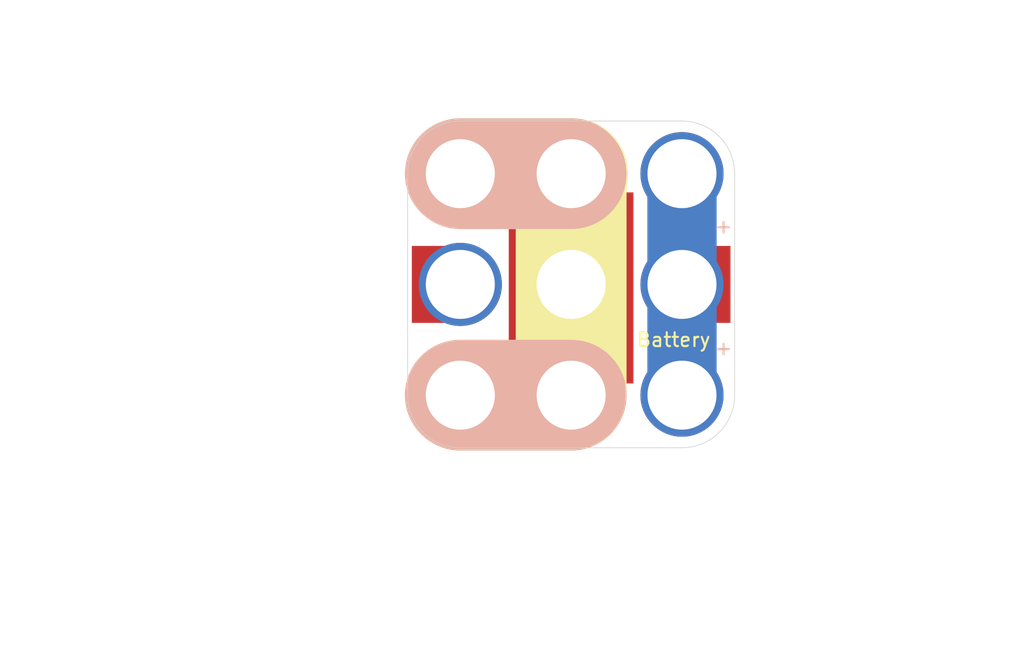
<source format=kicad_pcb>
(kicad_pcb (version 4) (host pcbnew 4.0.4+e1-6308~48~ubuntu16.04.1-stable)

  (general
    (links 0)
    (no_connects 0)
    (area 104.572999 74.854999 178.510001 123.265001)
    (thickness 1.6)
    (drawings 17)
    (tracks 0)
    (zones 0)
    (modules 1)
    (nets 1)
  )

  (page USLetter)
  (title_block
    (title "3x3 CR2032 Coin Cell Battery Module")
    (date "December 15, 2016")
    (rev 1.0)
    (company "All rights reserved.")
    (comment 1 help@browndoggadgets.com)
    (comment 2 http://browndoggadgets.com/)
    (comment 3 "Brown Dog Gadgets")
  )

  (layers
    (0 F.Cu signal)
    (31 B.Cu signal)
    (34 B.Paste user)
    (35 F.Paste user)
    (36 B.SilkS user)
    (37 F.SilkS user)
    (38 B.Mask user)
    (39 F.Mask user)
    (44 Edge.Cuts user)
    (46 B.CrtYd user)
    (47 F.CrtYd user)
    (48 B.Fab user)
    (49 F.Fab user)
  )

  (setup
    (last_trace_width 0.254)
    (user_trace_width 0.1524)
    (user_trace_width 0.254)
    (user_trace_width 0.3302)
    (user_trace_width 0.508)
    (user_trace_width 0.762)
    (user_trace_width 1.27)
    (trace_clearance 0.254)
    (zone_clearance 0.508)
    (zone_45_only no)
    (trace_min 0.1524)
    (segment_width 0.1524)
    (edge_width 0.1524)
    (via_size 0.6858)
    (via_drill 0.3302)
    (via_min_size 0.6858)
    (via_min_drill 0.3302)
    (user_via 0.6858 0.3302)
    (user_via 0.762 0.4064)
    (user_via 0.8636 0.508)
    (uvia_size 0.6858)
    (uvia_drill 0.3302)
    (uvias_allowed no)
    (uvia_min_size 0)
    (uvia_min_drill 0)
    (pcb_text_width 0.1524)
    (pcb_text_size 1.016 1.016)
    (mod_edge_width 0.1524)
    (mod_text_size 1.016 1.016)
    (mod_text_width 0.1524)
    (pad_size 1.524 1.524)
    (pad_drill 0.762)
    (pad_to_mask_clearance 0.0762)
    (solder_mask_min_width 0.1016)
    (pad_to_paste_clearance -0.0762)
    (aux_axis_origin 0 0)
    (visible_elements FFFEDF7D)
    (pcbplotparams
      (layerselection 0x310fc_80000001)
      (usegerberextensions true)
      (excludeedgelayer true)
      (linewidth 0.100000)
      (plotframeref false)
      (viasonmask false)
      (mode 1)
      (useauxorigin false)
      (hpglpennumber 1)
      (hpglpenspeed 20)
      (hpglpendiameter 15)
      (hpglpenoverlay 2)
      (psnegative false)
      (psa4output false)
      (plotreference true)
      (plotvalue true)
      (plotinvisibletext false)
      (padsonsilk false)
      (subtractmaskfromsilk false)
      (outputformat 1)
      (mirror false)
      (drillshape 0)
      (scaleselection 1)
      (outputdirectory gerbers))
  )

  (net 0 "")

  (net_class Default "This is the default net class."
    (clearance 0.254)
    (trace_width 0.254)
    (via_dia 0.6858)
    (via_drill 0.3302)
    (uvia_dia 0.6858)
    (uvia_drill 0.3302)
  )

  (module Rewire_Circuits:CR2032-3x3-NO-ROTATE (layer F.Cu) (tedit 584E3091) (tstamp 58532C1B)
    (at 137.8 103.4)
    (fp_text reference BT1 (at 4 -8 90) (layer F.Fab) hide
      (effects (font (size 1 1) (thickness 0.15)))
    )
    (fp_text value Battery (at 15.4 -4) (layer F.SilkS)
      (effects (font (size 1 1) (thickness 0.15)))
    )
    (fp_text user %R (at 8 -8) (layer F.Fab)
      (effects (font (size 1 1) (thickness 0.15)))
    )
    (fp_line (start 0 3.8) (end 16 3.8) (layer F.Fab) (width 0.05))
    (fp_line (start -3.8 -16) (end -3.8 0) (layer F.Fab) (width 0.05))
    (fp_line (start 19.8 -16) (end 19.8 0) (layer F.Fab) (width 0.05))
    (fp_line (start 0 -19.8) (end 16 -19.8) (layer F.Fab) (width 0.05))
    (fp_arc (start 0 -16) (end -3.8 -16) (angle 90) (layer F.Fab) (width 0.05))
    (fp_arc (start 0 0) (end 0 3.8) (angle 90) (layer F.Fab) (width 0.05))
    (fp_arc (start 16 0) (end 19.8 0) (angle 90) (layer F.Fab) (width 0.05))
    (fp_arc (start 16 -16) (end 16 -19.8) (angle 90) (layer F.Fab) (width 0.05))
    (fp_line (start 0 3.8) (end 16 3.8) (layer Edge.Cuts) (width 0.05))
    (fp_line (start -3.8 -16) (end -3.8 0) (layer Edge.Cuts) (width 0.05))
    (fp_line (start 19.8 -16) (end 19.8 0) (layer Edge.Cuts) (width 0.05))
    (fp_line (start 0 -19.8) (end 16 -19.8) (layer Edge.Cuts) (width 0.05))
    (fp_arc (start 0 -16) (end -3.8 -16) (angle 90) (layer Edge.Cuts) (width 0.05))
    (fp_arc (start 0 0) (end 0 3.8) (angle 90) (layer Edge.Cuts) (width 0.05))
    (fp_arc (start 16 0) (end 19.8 0) (angle 90) (layer Edge.Cuts) (width 0.05))
    (fp_arc (start 16 -16) (end 16 -19.8) (angle 90) (layer Edge.Cuts) (width 0.05))

    (fp_line (start 0 0) (end 8 0) (layer B.SilkS) (width 8))
    (fp_line (start 8 0) (end 8 -16) (layer F.SilkS) (width 8))
    (fp_text user + (at 19 -3.4) (layer B.SilkS)
      (effects (font (size 1 1) (thickness 0.15)) (justify mirror))
    )
    (fp_line (start 8 -16) (end 0 -16) (layer B.Mask) (width 5))
    (fp_line (start 8 0) (end 8 -16) (layer B.Mask) (width 5))
    (fp_line (start 0 0) (end 8 0) (layer B.Mask) (width 5))
    (fp_line (start 8 -16) (end 8 0) (layer B.Cu) (width 5))
    (fp_line (start 0 -16) (end 8 -16) (layer B.Cu) (width 5))
    (fp_line (start 0 0) (end 8 0) (layer B.Cu) (width 5))
    (fp_line (start 16 0) (end 16 -16) (layer B.Cu) (width 5))
    (fp_text user + (at 19 -12.2) (layer F.SilkS)
      (effects (font (size 1 1) (thickness 0.15)))
    )
    (fp_line (start 16 -16) (end 16 0) (layer B.Mask) (width 5))
    (fp_line (start 0 -16) (end 8 -16) (layer B.SilkS) (width 8))
    (fp_line (start 0 0) (end 8 0) (layer F.SilkS) (width 8))
    (fp_text user + (at 19 -12.2) (layer B.SilkS)
      (effects (font (size 1 1) (thickness 0.15)) (justify mirror))
    )
    (fp_text user + (at 19 -3.4) (layer F.SilkS)
      (effects (font (size 1 1) (thickness 0.15)))
    )
    (fp_line (start 0.1 -16) (end 8.1 -16) (layer F.SilkS) (width 8))
    (pad GND thru_hole circle (at 8 -8) (size 6 6) (drill 4.98) (layers *.Cu *.Mask))
    (pad + thru_hole circle (at 0 -8) (size 6 6) (drill 4.98) (layers *.Cu))
    (pad + thru_hole circle (at 16 -8) (size 6 6) (drill 4.98) (layers *.Cu B.Mask))
    (pad + smd rect (at 18.2 -8) (size 2.6 5.56) (layers F.Cu F.Paste F.Mask))
    (pad GND smd rect (at 7.996 -7.746) (size 9 13.8) (layers F.Cu F.Paste F.Mask))
    (pad + smd rect (at -2.2 -8) (size 2.6 5.56) (layers F.Cu F.Paste F.Mask))
    (pad GND thru_hole circle (at 0 -16) (size 6 6) (drill 4.98) (layers *.Cu *.Mask))
    (pad GND thru_hole circle (at 8 -16) (size 6 6) (drill 4.98) (layers *.Cu *.Mask))
    (pad + thru_hole circle (at 16 -16) (size 6 6) (drill 4.98) (layers *.Cu B.Mask))
    (pad GND thru_hole circle (at 0 0) (size 6 6) (drill 4.98) (layers *.Cu *.Mask))
    (pad GND thru_hole circle (at 8 0) (size 6 6) (drill 4.98) (layers *.Cu *.Mask))
    (pad + thru_hole circle (at 16 0) (size 6 6) (drill 4.98) (layers *.Cu B.Mask))
  )

  (gr_circle (center 117.348 76.962) (end 118.618 76.962) (layer Dwgs.User) (width 0.15))
  (gr_line (start 114.427 78.994) (end 114.427 74.93) (angle 90) (layer Dwgs.User) (width 0.15))
  (gr_line (start 120.269 78.994) (end 114.427 78.994) (angle 90) (layer Dwgs.User) (width 0.15))
  (gr_line (start 120.269 74.93) (end 120.269 78.994) (angle 90) (layer Dwgs.User) (width 0.15))
  (gr_line (start 114.427 74.93) (end 120.269 74.93) (angle 90) (layer Dwgs.User) (width 0.15))
  (gr_line (start 120.523 93.98) (end 104.648 93.98) (angle 90) (layer Dwgs.User) (width 0.15))
  (gr_line (start 173.355 102.235) (end 173.355 94.615) (angle 90) (layer Dwgs.User) (width 0.15))
  (gr_line (start 178.435 102.235) (end 173.355 102.235) (angle 90) (layer Dwgs.User) (width 0.15))
  (gr_line (start 178.435 94.615) (end 178.435 102.235) (angle 90) (layer Dwgs.User) (width 0.15))
  (gr_line (start 173.355 94.615) (end 178.435 94.615) (angle 90) (layer Dwgs.User) (width 0.15))
  (gr_line (start 109.093 123.19) (end 109.093 114.3) (angle 90) (layer Dwgs.User) (width 0.15))
  (gr_line (start 122.428 123.19) (end 109.093 123.19) (angle 90) (layer Dwgs.User) (width 0.15))
  (gr_line (start 122.428 114.3) (end 122.428 123.19) (angle 90) (layer Dwgs.User) (width 0.15))
  (gr_line (start 109.093 114.3) (end 122.428 114.3) (angle 90) (layer Dwgs.User) (width 0.15))
  (gr_line (start 104.648 93.98) (end 104.648 82.55) (angle 90) (layer Dwgs.User) (width 0.15))
  (gr_line (start 120.523 82.55) (end 120.523 93.98) (angle 90) (layer Dwgs.User) (width 0.15))
  (gr_line (start 104.648 82.55) (end 120.523 82.55) (angle 90) (layer Dwgs.User) (width 0.15))

)

</source>
